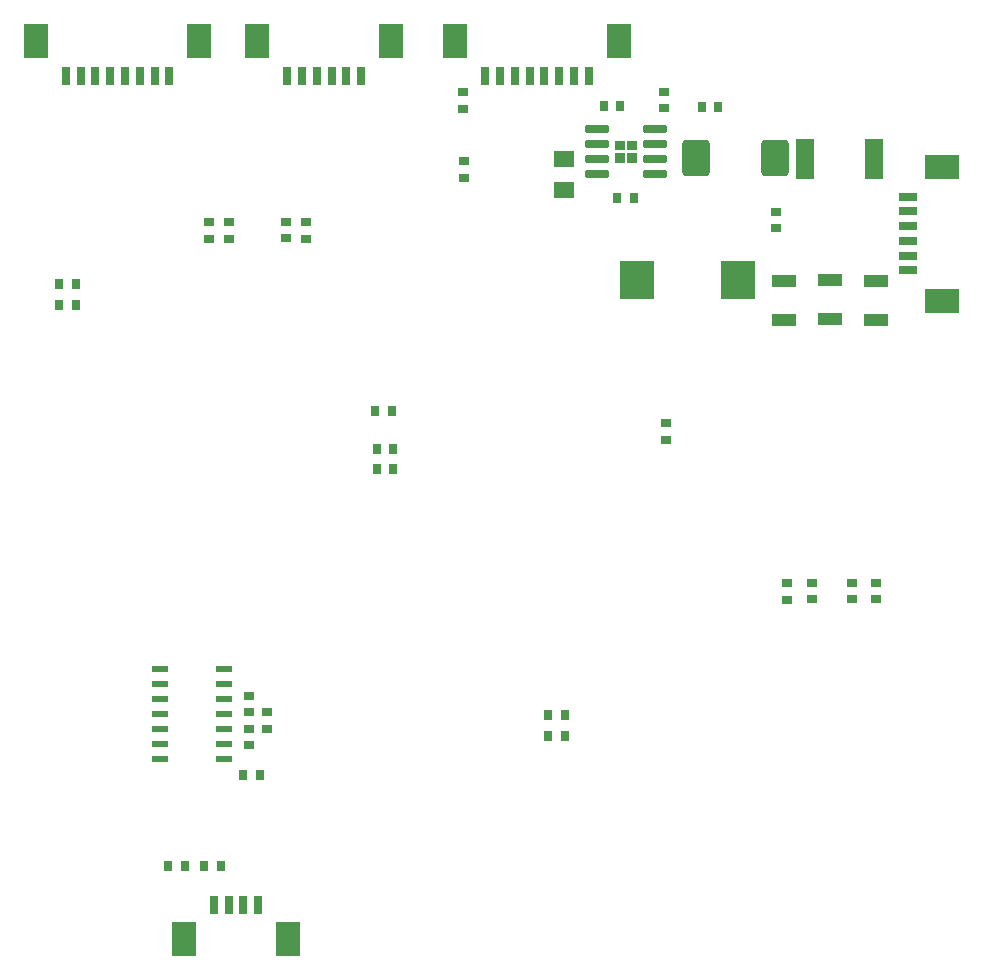
<source format=gbp>
G04*
G04 #@! TF.GenerationSoftware,Altium Limited,Altium Designer,24.2.2 (26)*
G04*
G04 Layer_Color=128*
%FSLAX44Y44*%
%MOMM*%
G71*
G04*
G04 #@! TF.SameCoordinates,141F1B0E-D353-456E-9C8B-26D142171627*
G04*
G04*
G04 #@! TF.FilePolarity,Positive*
G04*
G01*
G75*
%ADD26R,3.0000X2.1000*%
%ADD27R,1.6000X0.8000*%
%ADD28R,0.8000X0.9000*%
%ADD32R,0.9000X0.8000*%
%ADD43R,1.8000X1.4000*%
%ADD109R,1.4900X3.4200*%
G04:AMPARAMS|DCode=110|XSize=2.33mm|YSize=3.07mm|CornerRadius=0.2913mm|HoleSize=0mm|Usage=FLASHONLY|Rotation=180.000|XOffset=0mm|YOffset=0mm|HoleType=Round|Shape=RoundedRectangle|*
%AMROUNDEDRECTD110*
21,1,2.3300,2.4875,0,0,180.0*
21,1,1.7475,3.0700,0,0,180.0*
1,1,0.5825,-0.8738,1.2437*
1,1,0.5825,0.8738,1.2437*
1,1,0.5825,0.8738,-1.2437*
1,1,0.5825,-0.8738,-1.2437*
%
%ADD110ROUNDEDRECTD110*%
%ADD111R,2.0500X1.1000*%
%ADD112R,2.9210X3.2512*%
%ADD113R,2.1000X3.0000*%
%ADD114R,0.8000X1.6000*%
%ADD115R,0.8000X1.6000*%
%ADD116R,2.1000X3.0000*%
%ADD117R,1.4605X0.5334*%
G04:AMPARAMS|DCode=119|XSize=1.97mm|YSize=0.6mm|CornerRadius=0.075mm|HoleSize=0mm|Usage=FLASHONLY|Rotation=0.000|XOffset=0mm|YOffset=0mm|HoleType=Round|Shape=RoundedRectangle|*
%AMROUNDEDRECTD119*
21,1,1.9700,0.4500,0,0,0.0*
21,1,1.8200,0.6000,0,0,0.0*
1,1,0.1500,0.9100,-0.2250*
1,1,0.1500,-0.9100,-0.2250*
1,1,0.1500,-0.9100,0.2250*
1,1,0.1500,0.9100,0.2250*
%
%ADD119ROUNDEDRECTD119*%
G36*
X669400Y736400D02*
X661300D01*
Y728300D01*
X669400D01*
Y736400D01*
D02*
G37*
G36*
Y746700D02*
X661300D01*
Y738600D01*
X669400D01*
Y746700D01*
D02*
G37*
G36*
X679700Y736400D02*
X671600D01*
Y728300D01*
X679700D01*
Y736400D01*
D02*
G37*
G36*
Y746700D02*
X671600D01*
Y738600D01*
X679700D01*
Y746700D01*
D02*
G37*
D26*
X938250Y725000D02*
D03*
Y611500D02*
D03*
D27*
X909250Y674500D02*
D03*
Y637000D02*
D03*
Y649500D02*
D03*
Y662000D02*
D03*
Y687000D02*
D03*
Y699500D02*
D03*
D28*
X296750Y132750D02*
D03*
X282750D02*
D03*
X327250Y132500D02*
D03*
X313250D02*
D03*
X604750Y260500D02*
D03*
X618750D02*
D03*
X618750Y243250D02*
D03*
X604750D02*
D03*
X190500Y625750D02*
D03*
X204500D02*
D03*
X204500Y608000D02*
D03*
X190500D02*
D03*
X473250Y468500D02*
D03*
X459250D02*
D03*
Y486000D02*
D03*
X473250D02*
D03*
X458250Y517750D02*
D03*
X472250D02*
D03*
X346250Y210000D02*
D03*
X360250D02*
D03*
X748500Y775750D02*
D03*
X734500D02*
D03*
X665500Y776250D02*
D03*
X651500D02*
D03*
X677000Y698750D02*
D03*
X663000D02*
D03*
D32*
X532500Y773750D02*
D03*
Y787750D02*
D03*
X702250Y788500D02*
D03*
Y774500D02*
D03*
X861750Y358500D02*
D03*
Y372500D02*
D03*
X806500Y358250D02*
D03*
Y372250D02*
D03*
X882000Y372750D02*
D03*
Y358750D02*
D03*
X827500Y372500D02*
D03*
Y358500D02*
D03*
X533250Y715250D02*
D03*
Y729250D02*
D03*
X704000Y493750D02*
D03*
Y507750D02*
D03*
X399500Y664000D02*
D03*
Y678000D02*
D03*
X382500Y664250D02*
D03*
Y678250D02*
D03*
X797250Y686750D02*
D03*
Y672750D02*
D03*
X334250Y678000D02*
D03*
Y664000D02*
D03*
X317500Y663750D02*
D03*
Y677750D02*
D03*
X366102Y248808D02*
D03*
Y262808D02*
D03*
X351102Y276808D02*
D03*
Y262808D02*
D03*
Y248808D02*
D03*
Y234808D02*
D03*
D43*
X618000Y731000D02*
D03*
Y705000D02*
D03*
D109*
X880140Y731250D02*
D03*
X821860D02*
D03*
D110*
X796900Y732000D02*
D03*
X729600D02*
D03*
D111*
X804000Y628250D02*
D03*
Y595250D02*
D03*
X842750Y628750D02*
D03*
Y595750D02*
D03*
X881750Y628000D02*
D03*
Y595000D02*
D03*
D112*
X679500Y628750D02*
D03*
X765098D02*
D03*
D113*
X525750Y831000D02*
D03*
X664250D02*
D03*
X170750Y831000D02*
D03*
X309250D02*
D03*
X471750D02*
D03*
X358250D02*
D03*
D114*
X638750Y802000D02*
D03*
X626250D02*
D03*
X613750D02*
D03*
X601250D02*
D03*
X588750D02*
D03*
X576250D02*
D03*
X563750D02*
D03*
X551250D02*
D03*
X283750Y802000D02*
D03*
X271250D02*
D03*
X258750D02*
D03*
X246250D02*
D03*
X233750D02*
D03*
X221250D02*
D03*
X208750D02*
D03*
X196250D02*
D03*
X383750D02*
D03*
X396250D02*
D03*
X421250D02*
D03*
X433750D02*
D03*
X446250D02*
D03*
X408750D02*
D03*
D115*
X346500Y100000D02*
D03*
X359000D02*
D03*
X334000D02*
D03*
X321500D02*
D03*
D116*
X384500Y71000D02*
D03*
X296000D02*
D03*
D117*
X330344Y223708D02*
D03*
Y236408D02*
D03*
Y249108D02*
D03*
Y261808D02*
D03*
Y274508D02*
D03*
Y287208D02*
D03*
Y299908D02*
D03*
X275861D02*
D03*
Y287208D02*
D03*
Y274508D02*
D03*
Y261808D02*
D03*
Y249108D02*
D03*
Y236408D02*
D03*
Y223708D02*
D03*
D119*
X695250Y718450D02*
D03*
Y731150D02*
D03*
Y743850D02*
D03*
Y756550D02*
D03*
X645750D02*
D03*
Y743850D02*
D03*
Y731150D02*
D03*
Y718450D02*
D03*
M02*

</source>
